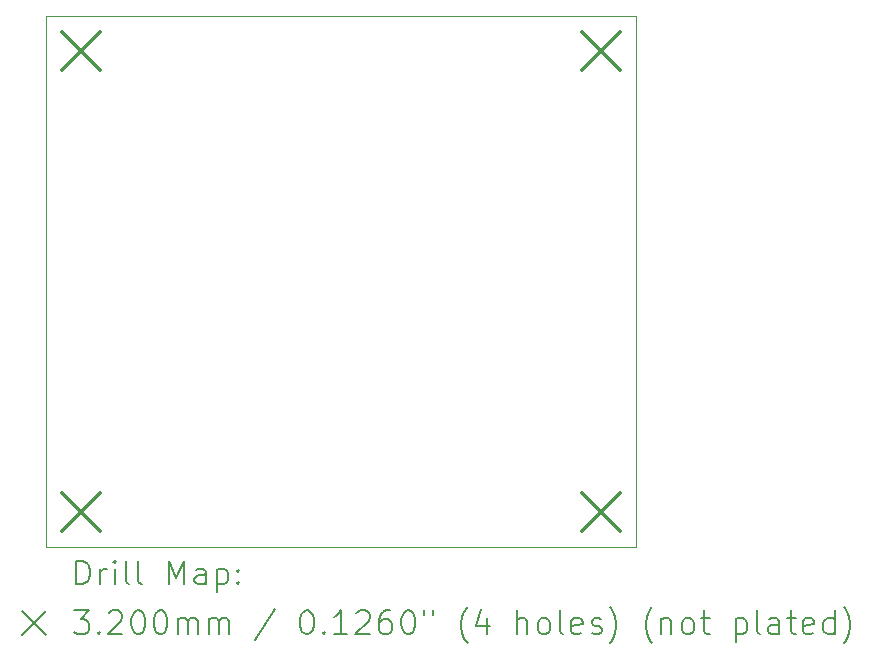
<source format=gbr>
%TF.GenerationSoftware,KiCad,Pcbnew,8.0.1*%
%TF.CreationDate,2024-08-15T00:47:39-03:00*%
%TF.ProjectId,monitoreo_solar,6d6f6e69-746f-4726-956f-5f736f6c6172,rev?*%
%TF.SameCoordinates,Original*%
%TF.FileFunction,Drillmap*%
%TF.FilePolarity,Positive*%
%FSLAX45Y45*%
G04 Gerber Fmt 4.5, Leading zero omitted, Abs format (unit mm)*
G04 Created by KiCad (PCBNEW 8.0.1) date 2024-08-15 00:47:39*
%MOMM*%
%LPD*%
G01*
G04 APERTURE LIST*
%ADD10C,0.050000*%
%ADD11C,0.200000*%
%ADD12C,0.320000*%
G04 APERTURE END LIST*
D10*
X2200000Y-5550000D02*
X7200000Y-5550000D01*
X7200000Y-10050000D01*
X2200000Y-10050000D01*
X2200000Y-5550000D01*
D11*
D12*
X2340000Y-5690000D02*
X2660000Y-6010000D01*
X2660000Y-5690000D02*
X2340000Y-6010000D01*
X2340000Y-9590000D02*
X2660000Y-9910000D01*
X2660000Y-9590000D02*
X2340000Y-9910000D01*
X6740000Y-5690000D02*
X7060000Y-6010000D01*
X7060000Y-5690000D02*
X6740000Y-6010000D01*
X6740000Y-9590000D02*
X7060000Y-9910000D01*
X7060000Y-9590000D02*
X6740000Y-9910000D01*
D11*
X2458277Y-10363984D02*
X2458277Y-10163984D01*
X2458277Y-10163984D02*
X2505896Y-10163984D01*
X2505896Y-10163984D02*
X2534467Y-10173508D01*
X2534467Y-10173508D02*
X2553515Y-10192555D01*
X2553515Y-10192555D02*
X2563039Y-10211603D01*
X2563039Y-10211603D02*
X2572563Y-10249698D01*
X2572563Y-10249698D02*
X2572563Y-10278270D01*
X2572563Y-10278270D02*
X2563039Y-10316365D01*
X2563039Y-10316365D02*
X2553515Y-10335412D01*
X2553515Y-10335412D02*
X2534467Y-10354460D01*
X2534467Y-10354460D02*
X2505896Y-10363984D01*
X2505896Y-10363984D02*
X2458277Y-10363984D01*
X2658277Y-10363984D02*
X2658277Y-10230650D01*
X2658277Y-10268746D02*
X2667801Y-10249698D01*
X2667801Y-10249698D02*
X2677324Y-10240174D01*
X2677324Y-10240174D02*
X2696372Y-10230650D01*
X2696372Y-10230650D02*
X2715420Y-10230650D01*
X2782086Y-10363984D02*
X2782086Y-10230650D01*
X2782086Y-10163984D02*
X2772563Y-10173508D01*
X2772563Y-10173508D02*
X2782086Y-10183031D01*
X2782086Y-10183031D02*
X2791610Y-10173508D01*
X2791610Y-10173508D02*
X2782086Y-10163984D01*
X2782086Y-10163984D02*
X2782086Y-10183031D01*
X2905896Y-10363984D02*
X2886848Y-10354460D01*
X2886848Y-10354460D02*
X2877324Y-10335412D01*
X2877324Y-10335412D02*
X2877324Y-10163984D01*
X3010658Y-10363984D02*
X2991610Y-10354460D01*
X2991610Y-10354460D02*
X2982086Y-10335412D01*
X2982086Y-10335412D02*
X2982086Y-10163984D01*
X3239229Y-10363984D02*
X3239229Y-10163984D01*
X3239229Y-10163984D02*
X3305896Y-10306841D01*
X3305896Y-10306841D02*
X3372562Y-10163984D01*
X3372562Y-10163984D02*
X3372562Y-10363984D01*
X3553515Y-10363984D02*
X3553515Y-10259222D01*
X3553515Y-10259222D02*
X3543991Y-10240174D01*
X3543991Y-10240174D02*
X3524943Y-10230650D01*
X3524943Y-10230650D02*
X3486848Y-10230650D01*
X3486848Y-10230650D02*
X3467801Y-10240174D01*
X3553515Y-10354460D02*
X3534467Y-10363984D01*
X3534467Y-10363984D02*
X3486848Y-10363984D01*
X3486848Y-10363984D02*
X3467801Y-10354460D01*
X3467801Y-10354460D02*
X3458277Y-10335412D01*
X3458277Y-10335412D02*
X3458277Y-10316365D01*
X3458277Y-10316365D02*
X3467801Y-10297317D01*
X3467801Y-10297317D02*
X3486848Y-10287793D01*
X3486848Y-10287793D02*
X3534467Y-10287793D01*
X3534467Y-10287793D02*
X3553515Y-10278270D01*
X3648753Y-10230650D02*
X3648753Y-10430650D01*
X3648753Y-10240174D02*
X3667801Y-10230650D01*
X3667801Y-10230650D02*
X3705896Y-10230650D01*
X3705896Y-10230650D02*
X3724943Y-10240174D01*
X3724943Y-10240174D02*
X3734467Y-10249698D01*
X3734467Y-10249698D02*
X3743991Y-10268746D01*
X3743991Y-10268746D02*
X3743991Y-10325889D01*
X3743991Y-10325889D02*
X3734467Y-10344936D01*
X3734467Y-10344936D02*
X3724943Y-10354460D01*
X3724943Y-10354460D02*
X3705896Y-10363984D01*
X3705896Y-10363984D02*
X3667801Y-10363984D01*
X3667801Y-10363984D02*
X3648753Y-10354460D01*
X3829705Y-10344936D02*
X3839229Y-10354460D01*
X3839229Y-10354460D02*
X3829705Y-10363984D01*
X3829705Y-10363984D02*
X3820182Y-10354460D01*
X3820182Y-10354460D02*
X3829705Y-10344936D01*
X3829705Y-10344936D02*
X3829705Y-10363984D01*
X3829705Y-10240174D02*
X3839229Y-10249698D01*
X3839229Y-10249698D02*
X3829705Y-10259222D01*
X3829705Y-10259222D02*
X3820182Y-10249698D01*
X3820182Y-10249698D02*
X3829705Y-10240174D01*
X3829705Y-10240174D02*
X3829705Y-10259222D01*
X1997500Y-10592500D02*
X2197500Y-10792500D01*
X2197500Y-10592500D02*
X1997500Y-10792500D01*
X2439229Y-10583984D02*
X2563039Y-10583984D01*
X2563039Y-10583984D02*
X2496372Y-10660174D01*
X2496372Y-10660174D02*
X2524944Y-10660174D01*
X2524944Y-10660174D02*
X2543991Y-10669698D01*
X2543991Y-10669698D02*
X2553515Y-10679222D01*
X2553515Y-10679222D02*
X2563039Y-10698270D01*
X2563039Y-10698270D02*
X2563039Y-10745889D01*
X2563039Y-10745889D02*
X2553515Y-10764936D01*
X2553515Y-10764936D02*
X2543991Y-10774460D01*
X2543991Y-10774460D02*
X2524944Y-10783984D01*
X2524944Y-10783984D02*
X2467801Y-10783984D01*
X2467801Y-10783984D02*
X2448753Y-10774460D01*
X2448753Y-10774460D02*
X2439229Y-10764936D01*
X2648753Y-10764936D02*
X2658277Y-10774460D01*
X2658277Y-10774460D02*
X2648753Y-10783984D01*
X2648753Y-10783984D02*
X2639229Y-10774460D01*
X2639229Y-10774460D02*
X2648753Y-10764936D01*
X2648753Y-10764936D02*
X2648753Y-10783984D01*
X2734467Y-10603031D02*
X2743991Y-10593508D01*
X2743991Y-10593508D02*
X2763039Y-10583984D01*
X2763039Y-10583984D02*
X2810658Y-10583984D01*
X2810658Y-10583984D02*
X2829705Y-10593508D01*
X2829705Y-10593508D02*
X2839229Y-10603031D01*
X2839229Y-10603031D02*
X2848753Y-10622079D01*
X2848753Y-10622079D02*
X2848753Y-10641127D01*
X2848753Y-10641127D02*
X2839229Y-10669698D01*
X2839229Y-10669698D02*
X2724944Y-10783984D01*
X2724944Y-10783984D02*
X2848753Y-10783984D01*
X2972562Y-10583984D02*
X2991610Y-10583984D01*
X2991610Y-10583984D02*
X3010658Y-10593508D01*
X3010658Y-10593508D02*
X3020182Y-10603031D01*
X3020182Y-10603031D02*
X3029705Y-10622079D01*
X3029705Y-10622079D02*
X3039229Y-10660174D01*
X3039229Y-10660174D02*
X3039229Y-10707793D01*
X3039229Y-10707793D02*
X3029705Y-10745889D01*
X3029705Y-10745889D02*
X3020182Y-10764936D01*
X3020182Y-10764936D02*
X3010658Y-10774460D01*
X3010658Y-10774460D02*
X2991610Y-10783984D01*
X2991610Y-10783984D02*
X2972562Y-10783984D01*
X2972562Y-10783984D02*
X2953515Y-10774460D01*
X2953515Y-10774460D02*
X2943991Y-10764936D01*
X2943991Y-10764936D02*
X2934467Y-10745889D01*
X2934467Y-10745889D02*
X2924943Y-10707793D01*
X2924943Y-10707793D02*
X2924943Y-10660174D01*
X2924943Y-10660174D02*
X2934467Y-10622079D01*
X2934467Y-10622079D02*
X2943991Y-10603031D01*
X2943991Y-10603031D02*
X2953515Y-10593508D01*
X2953515Y-10593508D02*
X2972562Y-10583984D01*
X3163039Y-10583984D02*
X3182086Y-10583984D01*
X3182086Y-10583984D02*
X3201134Y-10593508D01*
X3201134Y-10593508D02*
X3210658Y-10603031D01*
X3210658Y-10603031D02*
X3220182Y-10622079D01*
X3220182Y-10622079D02*
X3229705Y-10660174D01*
X3229705Y-10660174D02*
X3229705Y-10707793D01*
X3229705Y-10707793D02*
X3220182Y-10745889D01*
X3220182Y-10745889D02*
X3210658Y-10764936D01*
X3210658Y-10764936D02*
X3201134Y-10774460D01*
X3201134Y-10774460D02*
X3182086Y-10783984D01*
X3182086Y-10783984D02*
X3163039Y-10783984D01*
X3163039Y-10783984D02*
X3143991Y-10774460D01*
X3143991Y-10774460D02*
X3134467Y-10764936D01*
X3134467Y-10764936D02*
X3124943Y-10745889D01*
X3124943Y-10745889D02*
X3115420Y-10707793D01*
X3115420Y-10707793D02*
X3115420Y-10660174D01*
X3115420Y-10660174D02*
X3124943Y-10622079D01*
X3124943Y-10622079D02*
X3134467Y-10603031D01*
X3134467Y-10603031D02*
X3143991Y-10593508D01*
X3143991Y-10593508D02*
X3163039Y-10583984D01*
X3315420Y-10783984D02*
X3315420Y-10650650D01*
X3315420Y-10669698D02*
X3324943Y-10660174D01*
X3324943Y-10660174D02*
X3343991Y-10650650D01*
X3343991Y-10650650D02*
X3372563Y-10650650D01*
X3372563Y-10650650D02*
X3391610Y-10660174D01*
X3391610Y-10660174D02*
X3401134Y-10679222D01*
X3401134Y-10679222D02*
X3401134Y-10783984D01*
X3401134Y-10679222D02*
X3410658Y-10660174D01*
X3410658Y-10660174D02*
X3429705Y-10650650D01*
X3429705Y-10650650D02*
X3458277Y-10650650D01*
X3458277Y-10650650D02*
X3477324Y-10660174D01*
X3477324Y-10660174D02*
X3486848Y-10679222D01*
X3486848Y-10679222D02*
X3486848Y-10783984D01*
X3582086Y-10783984D02*
X3582086Y-10650650D01*
X3582086Y-10669698D02*
X3591610Y-10660174D01*
X3591610Y-10660174D02*
X3610658Y-10650650D01*
X3610658Y-10650650D02*
X3639229Y-10650650D01*
X3639229Y-10650650D02*
X3658277Y-10660174D01*
X3658277Y-10660174D02*
X3667801Y-10679222D01*
X3667801Y-10679222D02*
X3667801Y-10783984D01*
X3667801Y-10679222D02*
X3677324Y-10660174D01*
X3677324Y-10660174D02*
X3696372Y-10650650D01*
X3696372Y-10650650D02*
X3724943Y-10650650D01*
X3724943Y-10650650D02*
X3743991Y-10660174D01*
X3743991Y-10660174D02*
X3753515Y-10679222D01*
X3753515Y-10679222D02*
X3753515Y-10783984D01*
X4143991Y-10574460D02*
X3972563Y-10831603D01*
X4401134Y-10583984D02*
X4420182Y-10583984D01*
X4420182Y-10583984D02*
X4439229Y-10593508D01*
X4439229Y-10593508D02*
X4448753Y-10603031D01*
X4448753Y-10603031D02*
X4458277Y-10622079D01*
X4458277Y-10622079D02*
X4467801Y-10660174D01*
X4467801Y-10660174D02*
X4467801Y-10707793D01*
X4467801Y-10707793D02*
X4458277Y-10745889D01*
X4458277Y-10745889D02*
X4448753Y-10764936D01*
X4448753Y-10764936D02*
X4439229Y-10774460D01*
X4439229Y-10774460D02*
X4420182Y-10783984D01*
X4420182Y-10783984D02*
X4401134Y-10783984D01*
X4401134Y-10783984D02*
X4382087Y-10774460D01*
X4382087Y-10774460D02*
X4372563Y-10764936D01*
X4372563Y-10764936D02*
X4363039Y-10745889D01*
X4363039Y-10745889D02*
X4353515Y-10707793D01*
X4353515Y-10707793D02*
X4353515Y-10660174D01*
X4353515Y-10660174D02*
X4363039Y-10622079D01*
X4363039Y-10622079D02*
X4372563Y-10603031D01*
X4372563Y-10603031D02*
X4382087Y-10593508D01*
X4382087Y-10593508D02*
X4401134Y-10583984D01*
X4553515Y-10764936D02*
X4563039Y-10774460D01*
X4563039Y-10774460D02*
X4553515Y-10783984D01*
X4553515Y-10783984D02*
X4543991Y-10774460D01*
X4543991Y-10774460D02*
X4553515Y-10764936D01*
X4553515Y-10764936D02*
X4553515Y-10783984D01*
X4753515Y-10783984D02*
X4639229Y-10783984D01*
X4696372Y-10783984D02*
X4696372Y-10583984D01*
X4696372Y-10583984D02*
X4677325Y-10612555D01*
X4677325Y-10612555D02*
X4658277Y-10631603D01*
X4658277Y-10631603D02*
X4639229Y-10641127D01*
X4829706Y-10603031D02*
X4839229Y-10593508D01*
X4839229Y-10593508D02*
X4858277Y-10583984D01*
X4858277Y-10583984D02*
X4905896Y-10583984D01*
X4905896Y-10583984D02*
X4924944Y-10593508D01*
X4924944Y-10593508D02*
X4934468Y-10603031D01*
X4934468Y-10603031D02*
X4943991Y-10622079D01*
X4943991Y-10622079D02*
X4943991Y-10641127D01*
X4943991Y-10641127D02*
X4934468Y-10669698D01*
X4934468Y-10669698D02*
X4820182Y-10783984D01*
X4820182Y-10783984D02*
X4943991Y-10783984D01*
X5115420Y-10583984D02*
X5077325Y-10583984D01*
X5077325Y-10583984D02*
X5058277Y-10593508D01*
X5058277Y-10593508D02*
X5048753Y-10603031D01*
X5048753Y-10603031D02*
X5029706Y-10631603D01*
X5029706Y-10631603D02*
X5020182Y-10669698D01*
X5020182Y-10669698D02*
X5020182Y-10745889D01*
X5020182Y-10745889D02*
X5029706Y-10764936D01*
X5029706Y-10764936D02*
X5039229Y-10774460D01*
X5039229Y-10774460D02*
X5058277Y-10783984D01*
X5058277Y-10783984D02*
X5096372Y-10783984D01*
X5096372Y-10783984D02*
X5115420Y-10774460D01*
X5115420Y-10774460D02*
X5124944Y-10764936D01*
X5124944Y-10764936D02*
X5134468Y-10745889D01*
X5134468Y-10745889D02*
X5134468Y-10698270D01*
X5134468Y-10698270D02*
X5124944Y-10679222D01*
X5124944Y-10679222D02*
X5115420Y-10669698D01*
X5115420Y-10669698D02*
X5096372Y-10660174D01*
X5096372Y-10660174D02*
X5058277Y-10660174D01*
X5058277Y-10660174D02*
X5039229Y-10669698D01*
X5039229Y-10669698D02*
X5029706Y-10679222D01*
X5029706Y-10679222D02*
X5020182Y-10698270D01*
X5258277Y-10583984D02*
X5277325Y-10583984D01*
X5277325Y-10583984D02*
X5296372Y-10593508D01*
X5296372Y-10593508D02*
X5305896Y-10603031D01*
X5305896Y-10603031D02*
X5315420Y-10622079D01*
X5315420Y-10622079D02*
X5324944Y-10660174D01*
X5324944Y-10660174D02*
X5324944Y-10707793D01*
X5324944Y-10707793D02*
X5315420Y-10745889D01*
X5315420Y-10745889D02*
X5305896Y-10764936D01*
X5305896Y-10764936D02*
X5296372Y-10774460D01*
X5296372Y-10774460D02*
X5277325Y-10783984D01*
X5277325Y-10783984D02*
X5258277Y-10783984D01*
X5258277Y-10783984D02*
X5239229Y-10774460D01*
X5239229Y-10774460D02*
X5229706Y-10764936D01*
X5229706Y-10764936D02*
X5220182Y-10745889D01*
X5220182Y-10745889D02*
X5210658Y-10707793D01*
X5210658Y-10707793D02*
X5210658Y-10660174D01*
X5210658Y-10660174D02*
X5220182Y-10622079D01*
X5220182Y-10622079D02*
X5229706Y-10603031D01*
X5229706Y-10603031D02*
X5239229Y-10593508D01*
X5239229Y-10593508D02*
X5258277Y-10583984D01*
X5401134Y-10583984D02*
X5401134Y-10622079D01*
X5477325Y-10583984D02*
X5477325Y-10622079D01*
X5772563Y-10860174D02*
X5763039Y-10850650D01*
X5763039Y-10850650D02*
X5743991Y-10822079D01*
X5743991Y-10822079D02*
X5734468Y-10803031D01*
X5734468Y-10803031D02*
X5724944Y-10774460D01*
X5724944Y-10774460D02*
X5715420Y-10726841D01*
X5715420Y-10726841D02*
X5715420Y-10688746D01*
X5715420Y-10688746D02*
X5724944Y-10641127D01*
X5724944Y-10641127D02*
X5734468Y-10612555D01*
X5734468Y-10612555D02*
X5743991Y-10593508D01*
X5743991Y-10593508D02*
X5763039Y-10564936D01*
X5763039Y-10564936D02*
X5772563Y-10555412D01*
X5934468Y-10650650D02*
X5934468Y-10783984D01*
X5886848Y-10574460D02*
X5839229Y-10717317D01*
X5839229Y-10717317D02*
X5963039Y-10717317D01*
X6191610Y-10783984D02*
X6191610Y-10583984D01*
X6277325Y-10783984D02*
X6277325Y-10679222D01*
X6277325Y-10679222D02*
X6267801Y-10660174D01*
X6267801Y-10660174D02*
X6248753Y-10650650D01*
X6248753Y-10650650D02*
X6220182Y-10650650D01*
X6220182Y-10650650D02*
X6201134Y-10660174D01*
X6201134Y-10660174D02*
X6191610Y-10669698D01*
X6401134Y-10783984D02*
X6382087Y-10774460D01*
X6382087Y-10774460D02*
X6372563Y-10764936D01*
X6372563Y-10764936D02*
X6363039Y-10745889D01*
X6363039Y-10745889D02*
X6363039Y-10688746D01*
X6363039Y-10688746D02*
X6372563Y-10669698D01*
X6372563Y-10669698D02*
X6382087Y-10660174D01*
X6382087Y-10660174D02*
X6401134Y-10650650D01*
X6401134Y-10650650D02*
X6429706Y-10650650D01*
X6429706Y-10650650D02*
X6448753Y-10660174D01*
X6448753Y-10660174D02*
X6458277Y-10669698D01*
X6458277Y-10669698D02*
X6467801Y-10688746D01*
X6467801Y-10688746D02*
X6467801Y-10745889D01*
X6467801Y-10745889D02*
X6458277Y-10764936D01*
X6458277Y-10764936D02*
X6448753Y-10774460D01*
X6448753Y-10774460D02*
X6429706Y-10783984D01*
X6429706Y-10783984D02*
X6401134Y-10783984D01*
X6582087Y-10783984D02*
X6563039Y-10774460D01*
X6563039Y-10774460D02*
X6553515Y-10755412D01*
X6553515Y-10755412D02*
X6553515Y-10583984D01*
X6734468Y-10774460D02*
X6715420Y-10783984D01*
X6715420Y-10783984D02*
X6677325Y-10783984D01*
X6677325Y-10783984D02*
X6658277Y-10774460D01*
X6658277Y-10774460D02*
X6648753Y-10755412D01*
X6648753Y-10755412D02*
X6648753Y-10679222D01*
X6648753Y-10679222D02*
X6658277Y-10660174D01*
X6658277Y-10660174D02*
X6677325Y-10650650D01*
X6677325Y-10650650D02*
X6715420Y-10650650D01*
X6715420Y-10650650D02*
X6734468Y-10660174D01*
X6734468Y-10660174D02*
X6743991Y-10679222D01*
X6743991Y-10679222D02*
X6743991Y-10698270D01*
X6743991Y-10698270D02*
X6648753Y-10717317D01*
X6820182Y-10774460D02*
X6839230Y-10783984D01*
X6839230Y-10783984D02*
X6877325Y-10783984D01*
X6877325Y-10783984D02*
X6896372Y-10774460D01*
X6896372Y-10774460D02*
X6905896Y-10755412D01*
X6905896Y-10755412D02*
X6905896Y-10745889D01*
X6905896Y-10745889D02*
X6896372Y-10726841D01*
X6896372Y-10726841D02*
X6877325Y-10717317D01*
X6877325Y-10717317D02*
X6848753Y-10717317D01*
X6848753Y-10717317D02*
X6829706Y-10707793D01*
X6829706Y-10707793D02*
X6820182Y-10688746D01*
X6820182Y-10688746D02*
X6820182Y-10679222D01*
X6820182Y-10679222D02*
X6829706Y-10660174D01*
X6829706Y-10660174D02*
X6848753Y-10650650D01*
X6848753Y-10650650D02*
X6877325Y-10650650D01*
X6877325Y-10650650D02*
X6896372Y-10660174D01*
X6972563Y-10860174D02*
X6982087Y-10850650D01*
X6982087Y-10850650D02*
X7001134Y-10822079D01*
X7001134Y-10822079D02*
X7010658Y-10803031D01*
X7010658Y-10803031D02*
X7020182Y-10774460D01*
X7020182Y-10774460D02*
X7029706Y-10726841D01*
X7029706Y-10726841D02*
X7029706Y-10688746D01*
X7029706Y-10688746D02*
X7020182Y-10641127D01*
X7020182Y-10641127D02*
X7010658Y-10612555D01*
X7010658Y-10612555D02*
X7001134Y-10593508D01*
X7001134Y-10593508D02*
X6982087Y-10564936D01*
X6982087Y-10564936D02*
X6972563Y-10555412D01*
X7334468Y-10860174D02*
X7324944Y-10850650D01*
X7324944Y-10850650D02*
X7305896Y-10822079D01*
X7305896Y-10822079D02*
X7296372Y-10803031D01*
X7296372Y-10803031D02*
X7286849Y-10774460D01*
X7286849Y-10774460D02*
X7277325Y-10726841D01*
X7277325Y-10726841D02*
X7277325Y-10688746D01*
X7277325Y-10688746D02*
X7286849Y-10641127D01*
X7286849Y-10641127D02*
X7296372Y-10612555D01*
X7296372Y-10612555D02*
X7305896Y-10593508D01*
X7305896Y-10593508D02*
X7324944Y-10564936D01*
X7324944Y-10564936D02*
X7334468Y-10555412D01*
X7410658Y-10650650D02*
X7410658Y-10783984D01*
X7410658Y-10669698D02*
X7420182Y-10660174D01*
X7420182Y-10660174D02*
X7439230Y-10650650D01*
X7439230Y-10650650D02*
X7467801Y-10650650D01*
X7467801Y-10650650D02*
X7486849Y-10660174D01*
X7486849Y-10660174D02*
X7496372Y-10679222D01*
X7496372Y-10679222D02*
X7496372Y-10783984D01*
X7620182Y-10783984D02*
X7601134Y-10774460D01*
X7601134Y-10774460D02*
X7591611Y-10764936D01*
X7591611Y-10764936D02*
X7582087Y-10745889D01*
X7582087Y-10745889D02*
X7582087Y-10688746D01*
X7582087Y-10688746D02*
X7591611Y-10669698D01*
X7591611Y-10669698D02*
X7601134Y-10660174D01*
X7601134Y-10660174D02*
X7620182Y-10650650D01*
X7620182Y-10650650D02*
X7648753Y-10650650D01*
X7648753Y-10650650D02*
X7667801Y-10660174D01*
X7667801Y-10660174D02*
X7677325Y-10669698D01*
X7677325Y-10669698D02*
X7686849Y-10688746D01*
X7686849Y-10688746D02*
X7686849Y-10745889D01*
X7686849Y-10745889D02*
X7677325Y-10764936D01*
X7677325Y-10764936D02*
X7667801Y-10774460D01*
X7667801Y-10774460D02*
X7648753Y-10783984D01*
X7648753Y-10783984D02*
X7620182Y-10783984D01*
X7743992Y-10650650D02*
X7820182Y-10650650D01*
X7772563Y-10583984D02*
X7772563Y-10755412D01*
X7772563Y-10755412D02*
X7782087Y-10774460D01*
X7782087Y-10774460D02*
X7801134Y-10783984D01*
X7801134Y-10783984D02*
X7820182Y-10783984D01*
X8039230Y-10650650D02*
X8039230Y-10850650D01*
X8039230Y-10660174D02*
X8058277Y-10650650D01*
X8058277Y-10650650D02*
X8096373Y-10650650D01*
X8096373Y-10650650D02*
X8115420Y-10660174D01*
X8115420Y-10660174D02*
X8124944Y-10669698D01*
X8124944Y-10669698D02*
X8134468Y-10688746D01*
X8134468Y-10688746D02*
X8134468Y-10745889D01*
X8134468Y-10745889D02*
X8124944Y-10764936D01*
X8124944Y-10764936D02*
X8115420Y-10774460D01*
X8115420Y-10774460D02*
X8096373Y-10783984D01*
X8096373Y-10783984D02*
X8058277Y-10783984D01*
X8058277Y-10783984D02*
X8039230Y-10774460D01*
X8248753Y-10783984D02*
X8229706Y-10774460D01*
X8229706Y-10774460D02*
X8220182Y-10755412D01*
X8220182Y-10755412D02*
X8220182Y-10583984D01*
X8410658Y-10783984D02*
X8410658Y-10679222D01*
X8410658Y-10679222D02*
X8401135Y-10660174D01*
X8401135Y-10660174D02*
X8382087Y-10650650D01*
X8382087Y-10650650D02*
X8343992Y-10650650D01*
X8343992Y-10650650D02*
X8324944Y-10660174D01*
X8410658Y-10774460D02*
X8391611Y-10783984D01*
X8391611Y-10783984D02*
X8343992Y-10783984D01*
X8343992Y-10783984D02*
X8324944Y-10774460D01*
X8324944Y-10774460D02*
X8315420Y-10755412D01*
X8315420Y-10755412D02*
X8315420Y-10736365D01*
X8315420Y-10736365D02*
X8324944Y-10717317D01*
X8324944Y-10717317D02*
X8343992Y-10707793D01*
X8343992Y-10707793D02*
X8391611Y-10707793D01*
X8391611Y-10707793D02*
X8410658Y-10698270D01*
X8477325Y-10650650D02*
X8553515Y-10650650D01*
X8505896Y-10583984D02*
X8505896Y-10755412D01*
X8505896Y-10755412D02*
X8515420Y-10774460D01*
X8515420Y-10774460D02*
X8534468Y-10783984D01*
X8534468Y-10783984D02*
X8553515Y-10783984D01*
X8696373Y-10774460D02*
X8677325Y-10783984D01*
X8677325Y-10783984D02*
X8639230Y-10783984D01*
X8639230Y-10783984D02*
X8620182Y-10774460D01*
X8620182Y-10774460D02*
X8610658Y-10755412D01*
X8610658Y-10755412D02*
X8610658Y-10679222D01*
X8610658Y-10679222D02*
X8620182Y-10660174D01*
X8620182Y-10660174D02*
X8639230Y-10650650D01*
X8639230Y-10650650D02*
X8677325Y-10650650D01*
X8677325Y-10650650D02*
X8696373Y-10660174D01*
X8696373Y-10660174D02*
X8705896Y-10679222D01*
X8705896Y-10679222D02*
X8705896Y-10698270D01*
X8705896Y-10698270D02*
X8610658Y-10717317D01*
X8877325Y-10783984D02*
X8877325Y-10583984D01*
X8877325Y-10774460D02*
X8858277Y-10783984D01*
X8858277Y-10783984D02*
X8820182Y-10783984D01*
X8820182Y-10783984D02*
X8801135Y-10774460D01*
X8801135Y-10774460D02*
X8791611Y-10764936D01*
X8791611Y-10764936D02*
X8782087Y-10745889D01*
X8782087Y-10745889D02*
X8782087Y-10688746D01*
X8782087Y-10688746D02*
X8791611Y-10669698D01*
X8791611Y-10669698D02*
X8801135Y-10660174D01*
X8801135Y-10660174D02*
X8820182Y-10650650D01*
X8820182Y-10650650D02*
X8858277Y-10650650D01*
X8858277Y-10650650D02*
X8877325Y-10660174D01*
X8953516Y-10860174D02*
X8963039Y-10850650D01*
X8963039Y-10850650D02*
X8982087Y-10822079D01*
X8982087Y-10822079D02*
X8991611Y-10803031D01*
X8991611Y-10803031D02*
X9001135Y-10774460D01*
X9001135Y-10774460D02*
X9010658Y-10726841D01*
X9010658Y-10726841D02*
X9010658Y-10688746D01*
X9010658Y-10688746D02*
X9001135Y-10641127D01*
X9001135Y-10641127D02*
X8991611Y-10612555D01*
X8991611Y-10612555D02*
X8982087Y-10593508D01*
X8982087Y-10593508D02*
X8963039Y-10564936D01*
X8963039Y-10564936D02*
X8953516Y-10555412D01*
M02*

</source>
